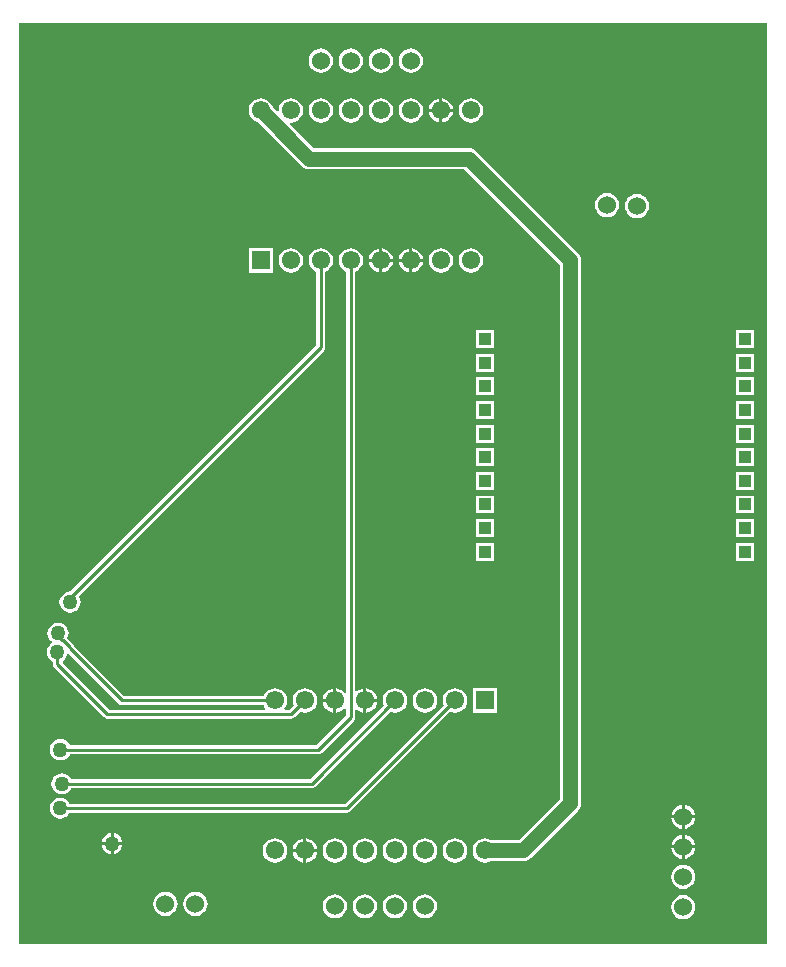
<source format=gbl>
G04*
G04 #@! TF.GenerationSoftware,Altium Limited,Altium Designer,19.0.15 (446)*
G04*
G04 Layer_Physical_Order=2*
G04 Layer_Color=16711680*
%FSLAX25Y25*%
%MOIN*%
G70*
G01*
G75*
%ADD10C,0.01000*%
%ADD24C,0.05000*%
%ADD25C,0.06000*%
%ADD26C,0.06102*%
%ADD27R,0.06102X0.06102*%
%ADD28R,0.03969X0.03969*%
%ADD29C,0.05000*%
G36*
X386571Y207129D02*
X137100D01*
Y514071D01*
X386571D01*
Y207129D01*
D02*
G37*
%LPC*%
G36*
X267800Y505634D02*
X266756Y505497D01*
X265783Y505094D01*
X264947Y504453D01*
X264306Y503617D01*
X263903Y502644D01*
X263766Y501600D01*
X263903Y500556D01*
X264306Y499583D01*
X264947Y498747D01*
X265783Y498106D01*
X266756Y497703D01*
X267800Y497566D01*
X268844Y497703D01*
X269817Y498106D01*
X270653Y498747D01*
X271294Y499583D01*
X271697Y500556D01*
X271834Y501600D01*
X271697Y502644D01*
X271294Y503617D01*
X270653Y504453D01*
X269817Y505094D01*
X268844Y505497D01*
X267800Y505634D01*
D02*
G37*
G36*
X257800D02*
X256756Y505497D01*
X255783Y505094D01*
X254947Y504453D01*
X254306Y503617D01*
X253903Y502644D01*
X253766Y501600D01*
X253903Y500556D01*
X254306Y499583D01*
X254947Y498747D01*
X255783Y498106D01*
X256756Y497703D01*
X257800Y497566D01*
X258844Y497703D01*
X259817Y498106D01*
X260653Y498747D01*
X261294Y499583D01*
X261697Y500556D01*
X261835Y501600D01*
X261697Y502644D01*
X261294Y503617D01*
X260653Y504453D01*
X259817Y505094D01*
X258844Y505497D01*
X257800Y505634D01*
D02*
G37*
G36*
X247800D02*
X246756Y505497D01*
X245783Y505094D01*
X244947Y504453D01*
X244306Y503617D01*
X243903Y502644D01*
X243765Y501600D01*
X243903Y500556D01*
X244306Y499583D01*
X244947Y498747D01*
X245783Y498106D01*
X246756Y497703D01*
X247800Y497566D01*
X248844Y497703D01*
X249817Y498106D01*
X250653Y498747D01*
X251294Y499583D01*
X251697Y500556D01*
X251835Y501600D01*
X251697Y502644D01*
X251294Y503617D01*
X250653Y504453D01*
X249817Y505094D01*
X248844Y505497D01*
X247800Y505634D01*
D02*
G37*
G36*
X237800D02*
X236756Y505497D01*
X235783Y505094D01*
X234947Y504453D01*
X234306Y503617D01*
X233903Y502644D01*
X233766Y501600D01*
X233903Y500556D01*
X234306Y499583D01*
X234947Y498747D01*
X235783Y498106D01*
X236756Y497703D01*
X237800Y497566D01*
X238844Y497703D01*
X239817Y498106D01*
X240653Y498747D01*
X241294Y499583D01*
X241697Y500556D01*
X241834Y501600D01*
X241697Y502644D01*
X241294Y503617D01*
X240653Y504453D01*
X239817Y505094D01*
X238844Y505497D01*
X237800Y505634D01*
D02*
G37*
G36*
X278300Y489020D02*
Y485500D01*
X281820D01*
X281747Y486058D01*
X281339Y487043D01*
X280689Y487889D01*
X279843Y488539D01*
X278858Y488947D01*
X278300Y489020D01*
D02*
G37*
G36*
X277300D02*
X276742Y488947D01*
X275757Y488539D01*
X274911Y487889D01*
X274261Y487043D01*
X273853Y486058D01*
X273780Y485500D01*
X277300D01*
Y489020D01*
D02*
G37*
G36*
X227800Y489086D02*
X226742Y488947D01*
X225757Y488539D01*
X224911Y487889D01*
X224261Y487043D01*
X223853Y486058D01*
X223714Y485000D01*
X223746Y484753D01*
X223273Y484520D01*
X221749Y486044D01*
X221747Y486058D01*
X221339Y487043D01*
X220689Y487889D01*
X219843Y488539D01*
X218858Y488947D01*
X217800Y489086D01*
X216742Y488947D01*
X215757Y488539D01*
X214911Y487889D01*
X214261Y487043D01*
X213853Y486058D01*
X213714Y485000D01*
X213853Y483942D01*
X214261Y482957D01*
X214911Y482111D01*
X215757Y481461D01*
X216742Y481053D01*
X216756Y481051D01*
X231404Y466404D01*
X232135Y465843D01*
X232986Y465490D01*
X233900Y465370D01*
X285638D01*
X317470Y433538D01*
X317470Y255562D01*
X303738Y241830D01*
X294554D01*
X294543Y241839D01*
X293558Y242247D01*
X292500Y242386D01*
X291442Y242247D01*
X290457Y241839D01*
X289611Y241189D01*
X288961Y240343D01*
X288553Y239358D01*
X288414Y238300D01*
X288553Y237242D01*
X288961Y236257D01*
X289611Y235411D01*
X290457Y234761D01*
X291442Y234353D01*
X292500Y234214D01*
X293558Y234353D01*
X294543Y234761D01*
X294554Y234770D01*
X305200D01*
X306114Y234890D01*
X306965Y235243D01*
X307696Y235804D01*
X323496Y251604D01*
X324057Y252335D01*
X324410Y253186D01*
X324530Y254100D01*
X324530Y435000D01*
X324530Y435000D01*
X324410Y435914D01*
X324057Y436765D01*
X323496Y437496D01*
X289596Y471396D01*
X288865Y471957D01*
X288014Y472310D01*
X287100Y472430D01*
X235362D01*
X227320Y480473D01*
X227553Y480946D01*
X227800Y480914D01*
X228858Y481053D01*
X229843Y481461D01*
X230689Y482111D01*
X231339Y482957D01*
X231747Y483942D01*
X231886Y485000D01*
X231747Y486058D01*
X231339Y487043D01*
X230689Y487889D01*
X229843Y488539D01*
X228858Y488947D01*
X227800Y489086D01*
D02*
G37*
G36*
X281820Y484500D02*
X278300D01*
Y480980D01*
X278858Y481053D01*
X279843Y481461D01*
X280689Y482111D01*
X281339Y482957D01*
X281747Y483942D01*
X281820Y484500D01*
D02*
G37*
G36*
X277300D02*
X273780D01*
X273853Y483942D01*
X274261Y482957D01*
X274911Y482111D01*
X275757Y481461D01*
X276742Y481053D01*
X277300Y480980D01*
Y484500D01*
D02*
G37*
G36*
X287800Y489086D02*
X286742Y488947D01*
X285757Y488539D01*
X284911Y487889D01*
X284261Y487043D01*
X283853Y486058D01*
X283714Y485000D01*
X283853Y483942D01*
X284261Y482957D01*
X284911Y482111D01*
X285757Y481461D01*
X286742Y481053D01*
X287800Y480914D01*
X288858Y481053D01*
X289843Y481461D01*
X290689Y482111D01*
X291339Y482957D01*
X291747Y483942D01*
X291886Y485000D01*
X291747Y486058D01*
X291339Y487043D01*
X290689Y487889D01*
X289843Y488539D01*
X288858Y488947D01*
X287800Y489086D01*
D02*
G37*
G36*
X267800D02*
X266742Y488947D01*
X265757Y488539D01*
X264911Y487889D01*
X264261Y487043D01*
X263853Y486058D01*
X263714Y485000D01*
X263853Y483942D01*
X264261Y482957D01*
X264911Y482111D01*
X265757Y481461D01*
X266742Y481053D01*
X267800Y480914D01*
X268858Y481053D01*
X269843Y481461D01*
X270689Y482111D01*
X271339Y482957D01*
X271747Y483942D01*
X271886Y485000D01*
X271747Y486058D01*
X271339Y487043D01*
X270689Y487889D01*
X269843Y488539D01*
X268858Y488947D01*
X267800Y489086D01*
D02*
G37*
G36*
X257800D02*
X256742Y488947D01*
X255757Y488539D01*
X254911Y487889D01*
X254261Y487043D01*
X253853Y486058D01*
X253714Y485000D01*
X253853Y483942D01*
X254261Y482957D01*
X254911Y482111D01*
X255757Y481461D01*
X256742Y481053D01*
X257800Y480914D01*
X258858Y481053D01*
X259843Y481461D01*
X260689Y482111D01*
X261339Y482957D01*
X261747Y483942D01*
X261886Y485000D01*
X261747Y486058D01*
X261339Y487043D01*
X260689Y487889D01*
X259843Y488539D01*
X258858Y488947D01*
X257800Y489086D01*
D02*
G37*
G36*
X247800D02*
X246742Y488947D01*
X245757Y488539D01*
X244911Y487889D01*
X244261Y487043D01*
X243853Y486058D01*
X243714Y485000D01*
X243853Y483942D01*
X244261Y482957D01*
X244911Y482111D01*
X245757Y481461D01*
X246742Y481053D01*
X247800Y480914D01*
X248858Y481053D01*
X249843Y481461D01*
X250689Y482111D01*
X251339Y482957D01*
X251747Y483942D01*
X251886Y485000D01*
X251747Y486058D01*
X251339Y487043D01*
X250689Y487889D01*
X249843Y488539D01*
X248858Y488947D01*
X247800Y489086D01*
D02*
G37*
G36*
X237800D02*
X236742Y488947D01*
X235757Y488539D01*
X234911Y487889D01*
X234261Y487043D01*
X233853Y486058D01*
X233714Y485000D01*
X233853Y483942D01*
X234261Y482957D01*
X234911Y482111D01*
X235757Y481461D01*
X236742Y481053D01*
X237800Y480914D01*
X238858Y481053D01*
X239843Y481461D01*
X240689Y482111D01*
X241339Y482957D01*
X241747Y483942D01*
X241886Y485000D01*
X241747Y486058D01*
X241339Y487043D01*
X240689Y487889D01*
X239843Y488539D01*
X238858Y488947D01*
X237800Y489086D01*
D02*
G37*
G36*
X333200Y457435D02*
X332156Y457297D01*
X331183Y456894D01*
X330347Y456253D01*
X329706Y455417D01*
X329303Y454444D01*
X329166Y453400D01*
X329303Y452356D01*
X329706Y451383D01*
X330347Y450547D01*
X331183Y449906D01*
X332156Y449503D01*
X333200Y449366D01*
X334244Y449503D01*
X335217Y449906D01*
X336053Y450547D01*
X336694Y451383D01*
X337097Y452356D01*
X337234Y453400D01*
X337097Y454444D01*
X336694Y455417D01*
X336053Y456253D01*
X335217Y456894D01*
X334244Y457297D01*
X333200Y457435D01*
D02*
G37*
G36*
X343200Y457134D02*
X342156Y456997D01*
X341183Y456594D01*
X340347Y455953D01*
X339706Y455117D01*
X339303Y454144D01*
X339165Y453100D01*
X339303Y452056D01*
X339706Y451083D01*
X340347Y450247D01*
X341183Y449606D01*
X342156Y449203D01*
X343200Y449065D01*
X344244Y449203D01*
X345217Y449606D01*
X346053Y450247D01*
X346694Y451083D01*
X347097Y452056D01*
X347235Y453100D01*
X347097Y454144D01*
X346694Y455117D01*
X346053Y455953D01*
X345217Y456594D01*
X344244Y456997D01*
X343200Y457134D01*
D02*
G37*
G36*
X268300Y439020D02*
Y435500D01*
X271820D01*
X271747Y436058D01*
X271339Y437043D01*
X270689Y437889D01*
X269843Y438539D01*
X268858Y438947D01*
X268300Y439020D01*
D02*
G37*
G36*
X258300D02*
Y435500D01*
X261820D01*
X261747Y436058D01*
X261339Y437043D01*
X260689Y437889D01*
X259843Y438539D01*
X258858Y438947D01*
X258300Y439020D01*
D02*
G37*
G36*
X267300D02*
X266742Y438947D01*
X265757Y438539D01*
X264911Y437889D01*
X264261Y437043D01*
X263853Y436058D01*
X263780Y435500D01*
X267300D01*
Y439020D01*
D02*
G37*
G36*
X257300D02*
X256742Y438947D01*
X255757Y438539D01*
X254911Y437889D01*
X254261Y437043D01*
X253853Y436058D01*
X253780Y435500D01*
X257300D01*
Y439020D01*
D02*
G37*
G36*
X271820Y434500D02*
X268300D01*
Y430980D01*
X268858Y431053D01*
X269843Y431461D01*
X270689Y432111D01*
X271339Y432957D01*
X271747Y433942D01*
X271820Y434500D01*
D02*
G37*
G36*
X261820D02*
X258300D01*
Y430980D01*
X258858Y431053D01*
X259843Y431461D01*
X260689Y432111D01*
X261339Y432957D01*
X261747Y433942D01*
X261820Y434500D01*
D02*
G37*
G36*
X257300D02*
X253780D01*
X253853Y433942D01*
X254261Y432957D01*
X254911Y432111D01*
X255757Y431461D01*
X256742Y431053D01*
X257300Y430980D01*
Y434500D01*
D02*
G37*
G36*
X267300D02*
X263780D01*
X263853Y433942D01*
X264261Y432957D01*
X264911Y432111D01*
X265757Y431461D01*
X266742Y431053D01*
X267300Y430980D01*
Y434500D01*
D02*
G37*
G36*
X221851Y439051D02*
X213749D01*
Y430949D01*
X221851D01*
Y439051D01*
D02*
G37*
G36*
X287800Y439086D02*
X286742Y438947D01*
X285757Y438539D01*
X284911Y437889D01*
X284261Y437043D01*
X283853Y436058D01*
X283714Y435000D01*
X283853Y433942D01*
X284261Y432957D01*
X284911Y432111D01*
X285757Y431461D01*
X286742Y431053D01*
X287800Y430914D01*
X288858Y431053D01*
X289843Y431461D01*
X290689Y432111D01*
X291339Y432957D01*
X291747Y433942D01*
X291886Y435000D01*
X291747Y436058D01*
X291339Y437043D01*
X290689Y437889D01*
X289843Y438539D01*
X288858Y438947D01*
X287800Y439086D01*
D02*
G37*
G36*
X277800D02*
X276742Y438947D01*
X275757Y438539D01*
X274911Y437889D01*
X274261Y437043D01*
X273853Y436058D01*
X273714Y435000D01*
X273853Y433942D01*
X274261Y432957D01*
X274911Y432111D01*
X275757Y431461D01*
X276742Y431053D01*
X277800Y430914D01*
X278858Y431053D01*
X279843Y431461D01*
X280689Y432111D01*
X281339Y432957D01*
X281747Y433942D01*
X281886Y435000D01*
X281747Y436058D01*
X281339Y437043D01*
X280689Y437889D01*
X279843Y438539D01*
X278858Y438947D01*
X277800Y439086D01*
D02*
G37*
G36*
X227800D02*
X226742Y438947D01*
X225757Y438539D01*
X224911Y437889D01*
X224261Y437043D01*
X223853Y436058D01*
X223714Y435000D01*
X223853Y433942D01*
X224261Y432957D01*
X224911Y432111D01*
X225757Y431461D01*
X226742Y431053D01*
X227800Y430914D01*
X228858Y431053D01*
X229843Y431461D01*
X230689Y432111D01*
X231339Y432957D01*
X231747Y433942D01*
X231886Y435000D01*
X231747Y436058D01*
X231339Y437043D01*
X230689Y437889D01*
X229843Y438539D01*
X228858Y438947D01*
X227800Y439086D01*
D02*
G37*
G36*
X382184Y411728D02*
X376216D01*
Y405760D01*
X382184D01*
Y411728D01*
D02*
G37*
G36*
X295570D02*
X289602D01*
Y405760D01*
X295570D01*
Y411728D01*
D02*
G37*
G36*
X382184Y403854D02*
X376216D01*
Y397886D01*
X382184D01*
Y403854D01*
D02*
G37*
G36*
X295570D02*
X289602D01*
Y397886D01*
X295570D01*
Y403854D01*
D02*
G37*
G36*
X382184Y395980D02*
X376216D01*
Y390012D01*
X382184D01*
Y395980D01*
D02*
G37*
G36*
X295570D02*
X289602D01*
Y390012D01*
X295570D01*
Y395980D01*
D02*
G37*
G36*
X382184Y388106D02*
X376216D01*
Y382138D01*
X382184D01*
Y388106D01*
D02*
G37*
G36*
X295570D02*
X289602D01*
Y382138D01*
X295570D01*
Y388106D01*
D02*
G37*
G36*
X382184Y380232D02*
X376216D01*
Y374264D01*
X382184D01*
Y380232D01*
D02*
G37*
G36*
X295570D02*
X289602D01*
Y374264D01*
X295570D01*
Y380232D01*
D02*
G37*
G36*
X382184Y372358D02*
X376216D01*
Y366390D01*
X382184D01*
Y372358D01*
D02*
G37*
G36*
X295570D02*
X289602D01*
Y366390D01*
X295570D01*
Y372358D01*
D02*
G37*
G36*
X382184Y364484D02*
X376216D01*
Y358516D01*
X382184D01*
Y364484D01*
D02*
G37*
G36*
X295570D02*
X289602D01*
Y358516D01*
X295570D01*
Y364484D01*
D02*
G37*
G36*
X382184Y356610D02*
X376216D01*
Y350642D01*
X382184D01*
Y356610D01*
D02*
G37*
G36*
X295570D02*
X289602D01*
Y350642D01*
X295570D01*
Y356610D01*
D02*
G37*
G36*
X382184Y348736D02*
X376216D01*
Y342768D01*
X382184D01*
Y348736D01*
D02*
G37*
G36*
X295570D02*
X289602D01*
Y342768D01*
X295570D01*
Y348736D01*
D02*
G37*
G36*
X382184Y340862D02*
X376216D01*
Y334894D01*
X382184D01*
Y340862D01*
D02*
G37*
G36*
X295570D02*
X289602D01*
Y334894D01*
X295570D01*
Y340862D01*
D02*
G37*
G36*
X237800Y439086D02*
X236742Y438947D01*
X235757Y438539D01*
X234911Y437889D01*
X234261Y437043D01*
X233853Y436058D01*
X233714Y435000D01*
X233853Y433942D01*
X234261Y432957D01*
X234911Y432111D01*
X235757Y431461D01*
X236271Y431249D01*
Y406634D01*
X154419Y324781D01*
X154260Y324622D01*
X154200Y324630D01*
X153286Y324510D01*
X152435Y324157D01*
X151704Y323596D01*
X151143Y322865D01*
X150790Y322014D01*
X150670Y321100D01*
X150790Y320186D01*
X151143Y319335D01*
X151704Y318604D01*
X152435Y318043D01*
X153286Y317690D01*
X154200Y317570D01*
X155114Y317690D01*
X155965Y318043D01*
X156696Y318604D01*
X157257Y319335D01*
X157610Y320186D01*
X157730Y321100D01*
X157610Y322014D01*
X157257Y322865D01*
X157071Y323108D01*
X238881Y404919D01*
X239213Y405415D01*
X239329Y406000D01*
Y431249D01*
X239843Y431461D01*
X240689Y432111D01*
X241339Y432957D01*
X241747Y433942D01*
X241886Y435000D01*
X241747Y436058D01*
X241339Y437043D01*
X240689Y437889D01*
X239843Y438539D01*
X238858Y438947D01*
X237800Y439086D01*
D02*
G37*
G36*
X247800D02*
X246742Y438947D01*
X245757Y438539D01*
X244911Y437889D01*
X244261Y437043D01*
X243853Y436058D01*
X243714Y435000D01*
X243853Y433942D01*
X244261Y432957D01*
X244911Y432111D01*
X245757Y431461D01*
X246271Y431249D01*
Y290862D01*
X245771Y290692D01*
X245389Y291189D01*
X244543Y291839D01*
X243558Y292247D01*
X243000Y292320D01*
Y288300D01*
Y284280D01*
X243558Y284353D01*
X244543Y284761D01*
X245389Y285411D01*
X245771Y285908D01*
X246271Y285738D01*
Y283333D01*
X236367Y273429D01*
X154155D01*
X154057Y273665D01*
X153496Y274396D01*
X152765Y274957D01*
X151914Y275310D01*
X151000Y275430D01*
X150086Y275310D01*
X149235Y274957D01*
X148504Y274396D01*
X147943Y273665D01*
X147590Y272814D01*
X147470Y271900D01*
X147590Y270986D01*
X147943Y270135D01*
X148504Y269404D01*
X149235Y268843D01*
X150086Y268490D01*
X151000Y268370D01*
X151914Y268490D01*
X152765Y268843D01*
X153496Y269404D01*
X154057Y270135D01*
X154155Y270371D01*
X237000D01*
X237585Y270487D01*
X238081Y270819D01*
X248881Y281619D01*
X249213Y282115D01*
X249329Y282700D01*
Y284996D01*
X249829Y285243D01*
X250457Y284761D01*
X251442Y284353D01*
X252000Y284280D01*
Y288300D01*
Y292320D01*
X251442Y292247D01*
X250457Y291839D01*
X249829Y291357D01*
X249329Y291604D01*
Y431249D01*
X249843Y431461D01*
X250689Y432111D01*
X251339Y432957D01*
X251747Y433942D01*
X251886Y435000D01*
X251747Y436058D01*
X251339Y437043D01*
X250689Y437889D01*
X249843Y438539D01*
X248858Y438947D01*
X247800Y439086D01*
D02*
G37*
G36*
X253000Y292320D02*
Y288800D01*
X256520D01*
X256447Y289358D01*
X256039Y290343D01*
X255389Y291189D01*
X254543Y291839D01*
X253558Y292247D01*
X253000Y292320D01*
D02*
G37*
G36*
X242000D02*
X241442Y292247D01*
X240457Y291839D01*
X239611Y291189D01*
X238961Y290343D01*
X238553Y289358D01*
X238480Y288800D01*
X242000D01*
Y292320D01*
D02*
G37*
G36*
X256520Y287800D02*
X253000D01*
Y284280D01*
X253558Y284353D01*
X254543Y284761D01*
X255389Y285411D01*
X256039Y286257D01*
X256447Y287242D01*
X256520Y287800D01*
D02*
G37*
G36*
X242000D02*
X238480D01*
X238553Y287242D01*
X238961Y286257D01*
X239611Y285411D01*
X240457Y284761D01*
X241442Y284353D01*
X242000Y284280D01*
Y287800D01*
D02*
G37*
G36*
X296551Y292351D02*
X288449D01*
Y284249D01*
X296551D01*
Y292351D01*
D02*
G37*
G36*
X282500Y292386D02*
X281442Y292247D01*
X280457Y291839D01*
X279611Y291189D01*
X278961Y290343D01*
X278553Y289358D01*
X278414Y288300D01*
X278553Y287242D01*
X278766Y286729D01*
X245967Y253929D01*
X154055D01*
X153957Y254165D01*
X153396Y254896D01*
X152665Y255457D01*
X151814Y255810D01*
X150900Y255930D01*
X149986Y255810D01*
X149135Y255457D01*
X148404Y254896D01*
X147843Y254165D01*
X147490Y253314D01*
X147370Y252400D01*
X147490Y251486D01*
X147843Y250635D01*
X148404Y249904D01*
X149135Y249343D01*
X149986Y248990D01*
X150900Y248870D01*
X151814Y248990D01*
X152665Y249343D01*
X153396Y249904D01*
X153957Y250635D01*
X154055Y250871D01*
X246600D01*
X247185Y250987D01*
X247681Y251319D01*
X280929Y284566D01*
X281442Y284353D01*
X282500Y284214D01*
X283558Y284353D01*
X284543Y284761D01*
X285389Y285411D01*
X286039Y286257D01*
X286447Y287242D01*
X286586Y288300D01*
X286447Y289358D01*
X286039Y290343D01*
X285389Y291189D01*
X284543Y291839D01*
X283558Y292247D01*
X282500Y292386D01*
D02*
G37*
G36*
X272500D02*
X271442Y292247D01*
X270457Y291839D01*
X269611Y291189D01*
X268961Y290343D01*
X268553Y289358D01*
X268414Y288300D01*
X268553Y287242D01*
X268961Y286257D01*
X269611Y285411D01*
X270457Y284761D01*
X271442Y284353D01*
X272500Y284214D01*
X273558Y284353D01*
X274543Y284761D01*
X275389Y285411D01*
X276039Y286257D01*
X276447Y287242D01*
X276586Y288300D01*
X276447Y289358D01*
X276039Y290343D01*
X275389Y291189D01*
X274543Y291839D01*
X273558Y292247D01*
X272500Y292386D01*
D02*
G37*
G36*
X262500D02*
X261442Y292247D01*
X260457Y291839D01*
X259611Y291189D01*
X258961Y290343D01*
X258553Y289358D01*
X258414Y288300D01*
X258553Y287242D01*
X258766Y286729D01*
X234067Y262029D01*
X154655D01*
X154557Y262265D01*
X153996Y262996D01*
X153265Y263557D01*
X152414Y263910D01*
X151500Y264030D01*
X150586Y263910D01*
X149735Y263557D01*
X149004Y262996D01*
X148443Y262265D01*
X148090Y261414D01*
X147970Y260500D01*
X148090Y259586D01*
X148443Y258735D01*
X149004Y258004D01*
X149735Y257443D01*
X150586Y257090D01*
X151500Y256970D01*
X152414Y257090D01*
X153265Y257443D01*
X153996Y258004D01*
X154557Y258735D01*
X154655Y258971D01*
X234700D01*
X235285Y259087D01*
X235781Y259419D01*
X260929Y284566D01*
X261442Y284353D01*
X262500Y284214D01*
X263558Y284353D01*
X264543Y284761D01*
X265389Y285411D01*
X266039Y286257D01*
X266447Y287242D01*
X266586Y288300D01*
X266447Y289358D01*
X266039Y290343D01*
X265389Y291189D01*
X264543Y291839D01*
X263558Y292247D01*
X262500Y292386D01*
D02*
G37*
G36*
X150200Y314230D02*
X149286Y314110D01*
X148435Y313757D01*
X147704Y313196D01*
X147143Y312465D01*
X146790Y311614D01*
X146670Y310700D01*
X146790Y309786D01*
X147143Y308935D01*
X147704Y308204D01*
X148031Y307953D01*
X148062Y307814D01*
X147998Y307347D01*
X147411Y306896D01*
X146850Y306165D01*
X146497Y305314D01*
X146377Y304400D01*
X146497Y303486D01*
X146850Y302635D01*
X147411Y301904D01*
X148142Y301343D01*
X148377Y301245D01*
Y300493D01*
X148494Y299908D01*
X148825Y299412D01*
X165570Y282667D01*
X166066Y282336D01*
X166651Y282219D01*
X227949D01*
X228534Y282336D01*
X229030Y282667D01*
X230929Y284566D01*
X231442Y284353D01*
X232500Y284214D01*
X233558Y284353D01*
X234543Y284761D01*
X235389Y285411D01*
X236039Y286257D01*
X236447Y287242D01*
X236586Y288300D01*
X236447Y289358D01*
X236039Y290343D01*
X235389Y291189D01*
X234543Y291839D01*
X233558Y292247D01*
X232500Y292386D01*
X231442Y292247D01*
X230457Y291839D01*
X229611Y291189D01*
X228961Y290343D01*
X228553Y289358D01*
X228414Y288300D01*
X228553Y287242D01*
X228766Y286729D01*
X227315Y285278D01*
X225918D01*
X225671Y285778D01*
X226039Y286257D01*
X226447Y287242D01*
X226586Y288300D01*
X226447Y289358D01*
X226039Y290343D01*
X225389Y291189D01*
X224543Y291839D01*
X223558Y292247D01*
X222500Y292386D01*
X221442Y292247D01*
X220457Y291839D01*
X219611Y291189D01*
X218961Y290343D01*
X218748Y289829D01*
X172233D01*
X155536Y306527D01*
X155513Y306642D01*
X155181Y307138D01*
X153295Y309025D01*
X153610Y309786D01*
X153730Y310700D01*
X153610Y311614D01*
X153257Y312465D01*
X152696Y313196D01*
X151965Y313757D01*
X151114Y314110D01*
X150200Y314230D01*
D02*
G37*
G36*
X359100Y253469D02*
Y250000D01*
X362569D01*
X362497Y250544D01*
X362094Y251517D01*
X361453Y252353D01*
X360617Y252994D01*
X359644Y253397D01*
X359100Y253469D01*
D02*
G37*
G36*
X358100D02*
X357556Y253397D01*
X356583Y252994D01*
X355747Y252353D01*
X355106Y251517D01*
X354703Y250544D01*
X354631Y250000D01*
X358100D01*
Y253469D01*
D02*
G37*
G36*
X362569Y249000D02*
X359100D01*
Y245531D01*
X359644Y245603D01*
X360617Y246006D01*
X361453Y246647D01*
X362094Y247483D01*
X362497Y248456D01*
X362569Y249000D01*
D02*
G37*
G36*
X358100D02*
X354631D01*
X354703Y248456D01*
X355106Y247483D01*
X355747Y246647D01*
X356583Y246006D01*
X357556Y245603D01*
X358100Y245531D01*
Y249000D01*
D02*
G37*
G36*
X168700Y244064D02*
Y241100D01*
X171664D01*
X171610Y241514D01*
X171257Y242365D01*
X170696Y243096D01*
X169965Y243657D01*
X169114Y244010D01*
X168700Y244064D01*
D02*
G37*
G36*
X167700D02*
X167286Y244010D01*
X166435Y243657D01*
X165704Y243096D01*
X165143Y242365D01*
X164790Y241514D01*
X164736Y241100D01*
X167700D01*
Y244064D01*
D02*
G37*
G36*
X359100Y243469D02*
Y240000D01*
X362569D01*
X362497Y240544D01*
X362094Y241517D01*
X361453Y242353D01*
X360617Y242994D01*
X359644Y243397D01*
X359100Y243469D01*
D02*
G37*
G36*
X358100D02*
X357556Y243397D01*
X356583Y242994D01*
X355747Y242353D01*
X355106Y241517D01*
X354703Y240544D01*
X354631Y240000D01*
X358100D01*
Y243469D01*
D02*
G37*
G36*
X233000Y242320D02*
Y238800D01*
X236520D01*
X236447Y239358D01*
X236039Y240343D01*
X235389Y241189D01*
X234543Y241839D01*
X233558Y242247D01*
X233000Y242320D01*
D02*
G37*
G36*
X232000D02*
X231442Y242247D01*
X230457Y241839D01*
X229611Y241189D01*
X228961Y240343D01*
X228553Y239358D01*
X228480Y238800D01*
X232000D01*
Y242320D01*
D02*
G37*
G36*
X171664Y240100D02*
X168700D01*
Y237136D01*
X169114Y237190D01*
X169965Y237543D01*
X170696Y238104D01*
X171257Y238835D01*
X171610Y239686D01*
X171664Y240100D01*
D02*
G37*
G36*
X167700D02*
X164736D01*
X164790Y239686D01*
X165143Y238835D01*
X165704Y238104D01*
X166435Y237543D01*
X167286Y237190D01*
X167700Y237136D01*
Y240100D01*
D02*
G37*
G36*
X362569Y239000D02*
X359100D01*
Y235531D01*
X359644Y235603D01*
X360617Y236006D01*
X361453Y236647D01*
X362094Y237483D01*
X362497Y238456D01*
X362569Y239000D01*
D02*
G37*
G36*
X358100D02*
X354631D01*
X354703Y238456D01*
X355106Y237483D01*
X355747Y236647D01*
X356583Y236006D01*
X357556Y235603D01*
X358100Y235531D01*
Y239000D01*
D02*
G37*
G36*
X236520Y237800D02*
X233000D01*
Y234280D01*
X233558Y234353D01*
X234543Y234761D01*
X235389Y235411D01*
X236039Y236257D01*
X236447Y237242D01*
X236520Y237800D01*
D02*
G37*
G36*
X232000D02*
X228480D01*
X228553Y237242D01*
X228961Y236257D01*
X229611Y235411D01*
X230457Y234761D01*
X231442Y234353D01*
X232000Y234280D01*
Y237800D01*
D02*
G37*
G36*
X282500Y242386D02*
X281442Y242247D01*
X280457Y241839D01*
X279611Y241189D01*
X278961Y240343D01*
X278553Y239358D01*
X278414Y238300D01*
X278553Y237242D01*
X278961Y236257D01*
X279611Y235411D01*
X280457Y234761D01*
X281442Y234353D01*
X282500Y234214D01*
X283558Y234353D01*
X284543Y234761D01*
X285389Y235411D01*
X286039Y236257D01*
X286447Y237242D01*
X286586Y238300D01*
X286447Y239358D01*
X286039Y240343D01*
X285389Y241189D01*
X284543Y241839D01*
X283558Y242247D01*
X282500Y242386D01*
D02*
G37*
G36*
X272500D02*
X271442Y242247D01*
X270457Y241839D01*
X269611Y241189D01*
X268961Y240343D01*
X268553Y239358D01*
X268414Y238300D01*
X268553Y237242D01*
X268961Y236257D01*
X269611Y235411D01*
X270457Y234761D01*
X271442Y234353D01*
X272500Y234214D01*
X273558Y234353D01*
X274543Y234761D01*
X275389Y235411D01*
X276039Y236257D01*
X276447Y237242D01*
X276586Y238300D01*
X276447Y239358D01*
X276039Y240343D01*
X275389Y241189D01*
X274543Y241839D01*
X273558Y242247D01*
X272500Y242386D01*
D02*
G37*
G36*
X262500D02*
X261442Y242247D01*
X260457Y241839D01*
X259611Y241189D01*
X258961Y240343D01*
X258553Y239358D01*
X258414Y238300D01*
X258553Y237242D01*
X258961Y236257D01*
X259611Y235411D01*
X260457Y234761D01*
X261442Y234353D01*
X262500Y234214D01*
X263558Y234353D01*
X264543Y234761D01*
X265389Y235411D01*
X266039Y236257D01*
X266447Y237242D01*
X266586Y238300D01*
X266447Y239358D01*
X266039Y240343D01*
X265389Y241189D01*
X264543Y241839D01*
X263558Y242247D01*
X262500Y242386D01*
D02*
G37*
G36*
X252500D02*
X251442Y242247D01*
X250457Y241839D01*
X249611Y241189D01*
X248961Y240343D01*
X248553Y239358D01*
X248414Y238300D01*
X248553Y237242D01*
X248961Y236257D01*
X249611Y235411D01*
X250457Y234761D01*
X251442Y234353D01*
X252500Y234214D01*
X253558Y234353D01*
X254543Y234761D01*
X255389Y235411D01*
X256039Y236257D01*
X256447Y237242D01*
X256586Y238300D01*
X256447Y239358D01*
X256039Y240343D01*
X255389Y241189D01*
X254543Y241839D01*
X253558Y242247D01*
X252500Y242386D01*
D02*
G37*
G36*
X242500D02*
X241442Y242247D01*
X240457Y241839D01*
X239611Y241189D01*
X238961Y240343D01*
X238553Y239358D01*
X238414Y238300D01*
X238553Y237242D01*
X238961Y236257D01*
X239611Y235411D01*
X240457Y234761D01*
X241442Y234353D01*
X242500Y234214D01*
X243558Y234353D01*
X244543Y234761D01*
X245389Y235411D01*
X246039Y236257D01*
X246447Y237242D01*
X246586Y238300D01*
X246447Y239358D01*
X246039Y240343D01*
X245389Y241189D01*
X244543Y241839D01*
X243558Y242247D01*
X242500Y242386D01*
D02*
G37*
G36*
X222500D02*
X221442Y242247D01*
X220457Y241839D01*
X219611Y241189D01*
X218961Y240343D01*
X218553Y239358D01*
X218414Y238300D01*
X218553Y237242D01*
X218961Y236257D01*
X219611Y235411D01*
X220457Y234761D01*
X221442Y234353D01*
X222500Y234214D01*
X223558Y234353D01*
X224543Y234761D01*
X225389Y235411D01*
X226039Y236257D01*
X226447Y237242D01*
X226586Y238300D01*
X226447Y239358D01*
X226039Y240343D01*
X225389Y241189D01*
X224543Y241839D01*
X223558Y242247D01*
X222500Y242386D01*
D02*
G37*
G36*
X358600Y233535D02*
X357556Y233397D01*
X356583Y232994D01*
X355747Y232353D01*
X355106Y231517D01*
X354703Y230544D01*
X354566Y229500D01*
X354703Y228456D01*
X355106Y227483D01*
X355747Y226647D01*
X356583Y226006D01*
X357556Y225603D01*
X358600Y225465D01*
X359644Y225603D01*
X360617Y226006D01*
X361453Y226647D01*
X362094Y227483D01*
X362497Y228456D01*
X362634Y229500D01*
X362497Y230544D01*
X362094Y231517D01*
X361453Y232353D01*
X360617Y232994D01*
X359644Y233397D01*
X358600Y233535D01*
D02*
G37*
G36*
X196000Y224535D02*
X194956Y224397D01*
X193983Y223994D01*
X193147Y223353D01*
X192506Y222517D01*
X192103Y221544D01*
X191965Y220500D01*
X192103Y219456D01*
X192506Y218483D01*
X193147Y217647D01*
X193983Y217006D01*
X194956Y216603D01*
X196000Y216465D01*
X197044Y216603D01*
X198017Y217006D01*
X198853Y217647D01*
X199494Y218483D01*
X199897Y219456D01*
X200034Y220500D01*
X199897Y221544D01*
X199494Y222517D01*
X198853Y223353D01*
X198017Y223994D01*
X197044Y224397D01*
X196000Y224535D01*
D02*
G37*
G36*
X186000D02*
X184956Y224397D01*
X183983Y223994D01*
X183147Y223353D01*
X182506Y222517D01*
X182103Y221544D01*
X181965Y220500D01*
X182103Y219456D01*
X182506Y218483D01*
X183147Y217647D01*
X183983Y217006D01*
X184956Y216603D01*
X186000Y216465D01*
X187044Y216603D01*
X188017Y217006D01*
X188853Y217647D01*
X189494Y218483D01*
X189897Y219456D01*
X190034Y220500D01*
X189897Y221544D01*
X189494Y222517D01*
X188853Y223353D01*
X188017Y223994D01*
X187044Y224397D01*
X186000Y224535D01*
D02*
G37*
G36*
X272500Y223734D02*
X271456Y223597D01*
X270483Y223194D01*
X269647Y222553D01*
X269006Y221717D01*
X268603Y220744D01*
X268465Y219700D01*
X268603Y218656D01*
X269006Y217683D01*
X269647Y216847D01*
X270483Y216206D01*
X271456Y215803D01*
X272500Y215666D01*
X273544Y215803D01*
X274517Y216206D01*
X275353Y216847D01*
X275994Y217683D01*
X276397Y218656D01*
X276535Y219700D01*
X276397Y220744D01*
X275994Y221717D01*
X275353Y222553D01*
X274517Y223194D01*
X273544Y223597D01*
X272500Y223734D01*
D02*
G37*
G36*
X262500D02*
X261456Y223597D01*
X260483Y223194D01*
X259647Y222553D01*
X259006Y221717D01*
X258603Y220744D01*
X258466Y219700D01*
X258603Y218656D01*
X259006Y217683D01*
X259647Y216847D01*
X260483Y216206D01*
X261456Y215803D01*
X262500Y215666D01*
X263544Y215803D01*
X264517Y216206D01*
X265353Y216847D01*
X265994Y217683D01*
X266397Y218656D01*
X266534Y219700D01*
X266397Y220744D01*
X265994Y221717D01*
X265353Y222553D01*
X264517Y223194D01*
X263544Y223597D01*
X262500Y223734D01*
D02*
G37*
G36*
X252500D02*
X251456Y223597D01*
X250483Y223194D01*
X249647Y222553D01*
X249006Y221717D01*
X248603Y220744D01*
X248465Y219700D01*
X248603Y218656D01*
X249006Y217683D01*
X249647Y216847D01*
X250483Y216206D01*
X251456Y215803D01*
X252500Y215666D01*
X253544Y215803D01*
X254517Y216206D01*
X255353Y216847D01*
X255994Y217683D01*
X256397Y218656D01*
X256535Y219700D01*
X256397Y220744D01*
X255994Y221717D01*
X255353Y222553D01*
X254517Y223194D01*
X253544Y223597D01*
X252500Y223734D01*
D02*
G37*
G36*
X242500D02*
X241456Y223597D01*
X240483Y223194D01*
X239647Y222553D01*
X239006Y221717D01*
X238603Y220744D01*
X238465Y219700D01*
X238603Y218656D01*
X239006Y217683D01*
X239647Y216847D01*
X240483Y216206D01*
X241456Y215803D01*
X242500Y215666D01*
X243544Y215803D01*
X244517Y216206D01*
X245353Y216847D01*
X245994Y217683D01*
X246397Y218656D01*
X246534Y219700D01*
X246397Y220744D01*
X245994Y221717D01*
X245353Y222553D01*
X244517Y223194D01*
X243544Y223597D01*
X242500Y223734D01*
D02*
G37*
G36*
X358600Y223434D02*
X357556Y223297D01*
X356583Y222894D01*
X355747Y222253D01*
X355106Y221417D01*
X354703Y220444D01*
X354566Y219400D01*
X354703Y218356D01*
X355106Y217383D01*
X355747Y216547D01*
X356583Y215906D01*
X357556Y215503D01*
X358600Y215366D01*
X359644Y215503D01*
X360617Y215906D01*
X361453Y216547D01*
X362094Y217383D01*
X362497Y218356D01*
X362634Y219400D01*
X362497Y220444D01*
X362094Y221417D01*
X361453Y222253D01*
X360617Y222894D01*
X359644Y223297D01*
X358600Y223434D01*
D02*
G37*
%LPD*%
G36*
X380039Y410542D02*
X381065Y409423D01*
X380998Y407905D01*
X379879Y406880D01*
X378361Y406946D01*
X377335Y408066D01*
X377402Y409583D01*
X378521Y410609D01*
X380039Y410542D01*
D02*
G37*
G36*
Y402668D02*
X381065Y401549D01*
X380998Y400032D01*
X379879Y399006D01*
X378361Y399072D01*
X377335Y400191D01*
X377402Y401709D01*
X378521Y402735D01*
X380039Y402668D01*
D02*
G37*
G36*
X293424D02*
X294450Y401549D01*
X294384Y400032D01*
X293265Y399006D01*
X291747Y399072D01*
X290721Y400191D01*
X290788Y401709D01*
X291907Y402735D01*
X293424Y402668D01*
D02*
G37*
G36*
X380039Y394794D02*
X381065Y393675D01*
X380998Y392158D01*
X379879Y391131D01*
X378361Y391198D01*
X377335Y392317D01*
X377402Y393835D01*
X378521Y394861D01*
X380039Y394794D01*
D02*
G37*
G36*
X293424D02*
X294450Y393675D01*
X294384Y392158D01*
X293265Y391131D01*
X291747Y391198D01*
X290721Y392317D01*
X290788Y393835D01*
X291907Y394861D01*
X293424Y394794D01*
D02*
G37*
G36*
X380039Y386920D02*
X381065Y385801D01*
X380998Y384283D01*
X379879Y383258D01*
X378361Y383324D01*
X377335Y384443D01*
X377402Y385961D01*
X378521Y386987D01*
X380039Y386920D01*
D02*
G37*
G36*
X293424D02*
X294450Y385801D01*
X294384Y384283D01*
X293265Y383258D01*
X291747Y383324D01*
X290721Y384443D01*
X290788Y385961D01*
X291907Y386987D01*
X293424Y386920D01*
D02*
G37*
G36*
X380039Y379046D02*
X381065Y377927D01*
X380998Y376410D01*
X379879Y375383D01*
X378361Y375450D01*
X377335Y376569D01*
X377402Y378087D01*
X378521Y379113D01*
X380039Y379046D01*
D02*
G37*
G36*
X293424D02*
X294450Y377927D01*
X294384Y376410D01*
X293265Y375383D01*
X291747Y375450D01*
X290721Y376569D01*
X290788Y378087D01*
X291907Y379113D01*
X293424Y379046D01*
D02*
G37*
G36*
X380039Y371172D02*
X381065Y370053D01*
X380998Y368535D01*
X379879Y367509D01*
X378361Y367576D01*
X377335Y368695D01*
X377402Y370213D01*
X378521Y371239D01*
X380039Y371172D01*
D02*
G37*
G36*
X293424D02*
X294450Y370053D01*
X294384Y368535D01*
X293265Y367509D01*
X291747Y367576D01*
X290721Y368695D01*
X290788Y370213D01*
X291907Y371239D01*
X293424Y371172D01*
D02*
G37*
G36*
X380039Y363298D02*
X381065Y362179D01*
X380998Y360661D01*
X379879Y359635D01*
X378361Y359702D01*
X377335Y360821D01*
X377402Y362339D01*
X378521Y363365D01*
X380039Y363298D01*
D02*
G37*
G36*
X293424D02*
X294450Y362179D01*
X294384Y360661D01*
X293265Y359635D01*
X291747Y359702D01*
X290721Y360821D01*
X290788Y362339D01*
X291907Y363365D01*
X293424Y363298D01*
D02*
G37*
G36*
X380039Y355424D02*
X381065Y354305D01*
X380998Y352787D01*
X379879Y351761D01*
X378361Y351828D01*
X377335Y352947D01*
X377402Y354465D01*
X378521Y355491D01*
X380039Y355424D01*
D02*
G37*
G36*
X293424D02*
X294450Y354305D01*
X294384Y352787D01*
X293265Y351761D01*
X291747Y351828D01*
X290721Y352947D01*
X290788Y354465D01*
X291907Y355491D01*
X293424Y355424D01*
D02*
G37*
G36*
X380039Y347550D02*
X381065Y346431D01*
X380998Y344913D01*
X379879Y343887D01*
X378361Y343954D01*
X377335Y345073D01*
X377402Y346590D01*
X378521Y347617D01*
X380039Y347550D01*
D02*
G37*
G36*
X293424D02*
X294450Y346431D01*
X294384Y344913D01*
X293265Y343887D01*
X291747Y343954D01*
X290721Y345073D01*
X290788Y346590D01*
X291907Y347617D01*
X293424Y347550D01*
D02*
G37*
G36*
X380039Y339676D02*
X381065Y338557D01*
X380998Y337039D01*
X379879Y336013D01*
X378361Y336080D01*
X377335Y337199D01*
X377402Y338717D01*
X378521Y339742D01*
X380039Y339676D01*
D02*
G37*
G36*
X293424D02*
X294450Y338557D01*
X294384Y337039D01*
X293265Y336013D01*
X291747Y336080D01*
X290721Y337199D01*
X290788Y338717D01*
X291907Y339742D01*
X293424Y339676D01*
D02*
G37*
G36*
X170519Y287219D02*
X171015Y286887D01*
X171600Y286771D01*
X218748D01*
X218961Y286257D01*
X219329Y285778D01*
X219082Y285278D01*
X167285D01*
X151735Y300828D01*
X151716Y300981D01*
X151816Y301454D01*
X152403Y301904D01*
X152964Y302635D01*
X153317Y303486D01*
X153351Y303751D01*
X153825Y303912D01*
X170519Y287219D01*
D02*
G37*
D10*
X154200Y321100D02*
Y322400D01*
X155500Y323700D01*
X237800Y406000D01*
X151000Y271900D02*
X237000D01*
X247800Y282700D01*
Y435000D01*
X149907Y300493D02*
X166651Y283749D01*
X149907Y300493D02*
Y304400D01*
X151500Y308400D02*
X151757D01*
X150200Y309700D02*
X151500Y308400D01*
X151757D02*
X154100Y306057D01*
Y305800D02*
X171600Y288300D01*
X154100Y305800D02*
Y306057D01*
X150200Y309700D02*
Y310700D01*
X237800Y406000D02*
Y435000D01*
X171600Y288300D02*
X222500D01*
X246600Y252400D02*
X282500Y288300D01*
X150900Y252400D02*
X246600D01*
X151500Y260500D02*
X234700D01*
X262500Y288300D01*
X166651Y283749D02*
X227949D01*
X232500Y288300D01*
D24*
X305200Y238300D02*
X321000Y254100D01*
X321000Y435000D02*
X321000Y254100D01*
X287100Y468900D02*
X321000Y435000D01*
X292500Y238300D02*
X305200D01*
X233900Y468900D02*
X287100D01*
X217800Y485000D02*
X233900Y468900D01*
D25*
X196000Y220500D02*
D03*
X186000D02*
D03*
X358600Y239500D02*
D03*
Y249500D02*
D03*
Y229500D02*
D03*
Y219400D02*
D03*
X333200Y453400D02*
D03*
X267800Y501600D02*
D03*
X343200Y453100D02*
D03*
X257800Y501600D02*
D03*
X247800D02*
D03*
X237800D02*
D03*
X242500Y219700D02*
D03*
X252500D02*
D03*
X262500D02*
D03*
X272500D02*
D03*
D26*
X287800Y485000D02*
D03*
X277800D02*
D03*
X267800D02*
D03*
X257800D02*
D03*
X247800D02*
D03*
X237800D02*
D03*
X227800D02*
D03*
X217800D02*
D03*
X287800Y435000D02*
D03*
X277800D02*
D03*
X267800D02*
D03*
X257800D02*
D03*
X247800D02*
D03*
X237800D02*
D03*
X227800D02*
D03*
X222500Y238300D02*
D03*
X232500D02*
D03*
X242500D02*
D03*
X252500D02*
D03*
X262500D02*
D03*
X272500D02*
D03*
X282500D02*
D03*
X292500D02*
D03*
X222500Y288300D02*
D03*
X232500D02*
D03*
X242500D02*
D03*
X252500D02*
D03*
X262500D02*
D03*
X272500D02*
D03*
X282500D02*
D03*
D27*
X217800Y435000D02*
D03*
X292500Y288300D02*
D03*
D28*
X292586Y408744D02*
D03*
Y400870D02*
D03*
Y392996D02*
D03*
Y385122D02*
D03*
Y377248D02*
D03*
Y369374D02*
D03*
Y361500D02*
D03*
Y353626D02*
D03*
Y345752D02*
D03*
Y337878D02*
D03*
X379200Y408744D02*
D03*
Y400870D02*
D03*
Y392996D02*
D03*
Y385122D02*
D03*
Y377248D02*
D03*
Y369374D02*
D03*
Y361500D02*
D03*
Y353626D02*
D03*
Y345752D02*
D03*
Y337878D02*
D03*
D29*
X168200Y240600D02*
D03*
X154200Y321100D02*
D03*
X151000Y271900D02*
D03*
X149907Y304400D02*
D03*
X150200Y310700D02*
D03*
X150900Y252400D02*
D03*
X151500Y260500D02*
D03*
M02*

</source>
